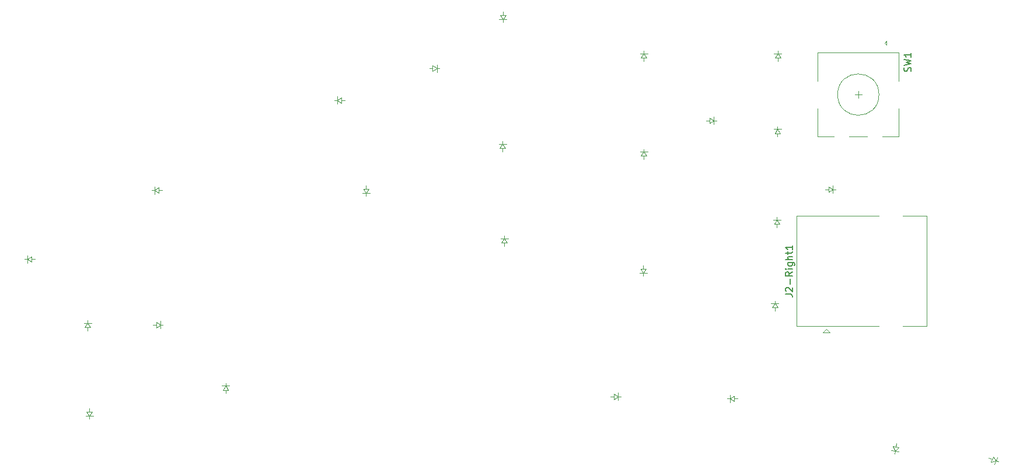
<source format=gbr>
%TF.GenerationSoftware,KiCad,Pcbnew,8.0.3*%
%TF.CreationDate,2024-07-09T07:59:51-07:00*%
%TF.ProjectId,Custom_KB_V1,43757374-6f6d-45f4-9b42-5f56312e6b69,rev?*%
%TF.SameCoordinates,Original*%
%TF.FileFunction,Legend,Top*%
%TF.FilePolarity,Positive*%
%FSLAX46Y46*%
G04 Gerber Fmt 4.6, Leading zero omitted, Abs format (unit mm)*
G04 Created by KiCad (PCBNEW 8.0.3) date 2024-07-09 07:59:51*
%MOMM*%
%LPD*%
G01*
G04 APERTURE LIST*
%ADD10C,0.150000*%
%ADD11C,0.100000*%
%ADD12C,0.120000*%
G04 APERTURE END LIST*
D10*
X172987357Y-95555126D02*
X173701642Y-95555126D01*
X173701642Y-95555126D02*
X173844499Y-95602745D01*
X173844499Y-95602745D02*
X173939738Y-95697983D01*
X173939738Y-95697983D02*
X173987357Y-95840840D01*
X173987357Y-95840840D02*
X173987357Y-95936078D01*
X173082595Y-95126554D02*
X173034976Y-95078935D01*
X173034976Y-95078935D02*
X172987357Y-94983697D01*
X172987357Y-94983697D02*
X172987357Y-94745602D01*
X172987357Y-94745602D02*
X173034976Y-94650364D01*
X173034976Y-94650364D02*
X173082595Y-94602745D01*
X173082595Y-94602745D02*
X173177833Y-94555126D01*
X173177833Y-94555126D02*
X173273071Y-94555126D01*
X173273071Y-94555126D02*
X173415928Y-94602745D01*
X173415928Y-94602745D02*
X173987357Y-95174173D01*
X173987357Y-95174173D02*
X173987357Y-94555126D01*
X173606404Y-94126554D02*
X173606404Y-93364650D01*
X173987357Y-92317031D02*
X173511166Y-92650364D01*
X173987357Y-92888459D02*
X172987357Y-92888459D01*
X172987357Y-92888459D02*
X172987357Y-92507507D01*
X172987357Y-92507507D02*
X173034976Y-92412269D01*
X173034976Y-92412269D02*
X173082595Y-92364650D01*
X173082595Y-92364650D02*
X173177833Y-92317031D01*
X173177833Y-92317031D02*
X173320690Y-92317031D01*
X173320690Y-92317031D02*
X173415928Y-92364650D01*
X173415928Y-92364650D02*
X173463547Y-92412269D01*
X173463547Y-92412269D02*
X173511166Y-92507507D01*
X173511166Y-92507507D02*
X173511166Y-92888459D01*
X173987357Y-91888459D02*
X173320690Y-91888459D01*
X172987357Y-91888459D02*
X173034976Y-91936078D01*
X173034976Y-91936078D02*
X173082595Y-91888459D01*
X173082595Y-91888459D02*
X173034976Y-91840840D01*
X173034976Y-91840840D02*
X172987357Y-91888459D01*
X172987357Y-91888459D02*
X173082595Y-91888459D01*
X173320690Y-90983698D02*
X174130214Y-90983698D01*
X174130214Y-90983698D02*
X174225452Y-91031317D01*
X174225452Y-91031317D02*
X174273071Y-91078936D01*
X174273071Y-91078936D02*
X174320690Y-91174174D01*
X174320690Y-91174174D02*
X174320690Y-91317031D01*
X174320690Y-91317031D02*
X174273071Y-91412269D01*
X173939738Y-90983698D02*
X173987357Y-91078936D01*
X173987357Y-91078936D02*
X173987357Y-91269412D01*
X173987357Y-91269412D02*
X173939738Y-91364650D01*
X173939738Y-91364650D02*
X173892118Y-91412269D01*
X173892118Y-91412269D02*
X173796880Y-91459888D01*
X173796880Y-91459888D02*
X173511166Y-91459888D01*
X173511166Y-91459888D02*
X173415928Y-91412269D01*
X173415928Y-91412269D02*
X173368309Y-91364650D01*
X173368309Y-91364650D02*
X173320690Y-91269412D01*
X173320690Y-91269412D02*
X173320690Y-91078936D01*
X173320690Y-91078936D02*
X173368309Y-90983698D01*
X173987357Y-90507507D02*
X172987357Y-90507507D01*
X173987357Y-90078936D02*
X173463547Y-90078936D01*
X173463547Y-90078936D02*
X173368309Y-90126555D01*
X173368309Y-90126555D02*
X173320690Y-90221793D01*
X173320690Y-90221793D02*
X173320690Y-90364650D01*
X173320690Y-90364650D02*
X173368309Y-90459888D01*
X173368309Y-90459888D02*
X173415928Y-90507507D01*
X173320690Y-89745602D02*
X173320690Y-89364650D01*
X172987357Y-89602745D02*
X173844499Y-89602745D01*
X173844499Y-89602745D02*
X173939738Y-89555126D01*
X173939738Y-89555126D02*
X173987357Y-89459888D01*
X173987357Y-89459888D02*
X173987357Y-89364650D01*
X173987357Y-88507507D02*
X173987357Y-89078935D01*
X173987357Y-88793221D02*
X172987357Y-88793221D01*
X172987357Y-88793221D02*
X173130214Y-88888459D01*
X173130214Y-88888459D02*
X173225452Y-88983697D01*
X173225452Y-88983697D02*
X173273071Y-89078935D01*
X191137507Y-63216577D02*
X191185126Y-63073720D01*
X191185126Y-63073720D02*
X191185126Y-62835625D01*
X191185126Y-62835625D02*
X191137507Y-62740387D01*
X191137507Y-62740387D02*
X191089887Y-62692768D01*
X191089887Y-62692768D02*
X190994649Y-62645149D01*
X190994649Y-62645149D02*
X190899411Y-62645149D01*
X190899411Y-62645149D02*
X190804173Y-62692768D01*
X190804173Y-62692768D02*
X190756554Y-62740387D01*
X190756554Y-62740387D02*
X190708935Y-62835625D01*
X190708935Y-62835625D02*
X190661316Y-63026101D01*
X190661316Y-63026101D02*
X190613697Y-63121339D01*
X190613697Y-63121339D02*
X190566078Y-63168958D01*
X190566078Y-63168958D02*
X190470840Y-63216577D01*
X190470840Y-63216577D02*
X190375602Y-63216577D01*
X190375602Y-63216577D02*
X190280364Y-63168958D01*
X190280364Y-63168958D02*
X190232745Y-63121339D01*
X190232745Y-63121339D02*
X190185126Y-63026101D01*
X190185126Y-63026101D02*
X190185126Y-62788006D01*
X190185126Y-62788006D02*
X190232745Y-62645149D01*
X190185126Y-62311815D02*
X191185126Y-62073720D01*
X191185126Y-62073720D02*
X190470840Y-61883244D01*
X190470840Y-61883244D02*
X191185126Y-61692768D01*
X191185126Y-61692768D02*
X190185126Y-61454673D01*
X191185126Y-60549911D02*
X191185126Y-61121339D01*
X191185126Y-60835625D02*
X190185126Y-60835625D01*
X190185126Y-60835625D02*
X190327983Y-60930863D01*
X190327983Y-60930863D02*
X190423221Y-61026101D01*
X190423221Y-61026101D02*
X190470840Y-61121339D01*
D11*
%TO.C,D12*%
X164482223Y-110704386D02*
X164882222Y-110704386D01*
X164882222Y-110704386D02*
X165482223Y-110304386D01*
X164882223Y-110154386D02*
X164882223Y-111254386D01*
X165482223Y-110304386D02*
X165482223Y-111104386D01*
X165482223Y-111104386D02*
X164882222Y-110704386D01*
X165482224Y-110704386D02*
X165982223Y-110704386D01*
%TO.C,D14*%
X107536270Y-67407129D02*
X107936269Y-67407129D01*
X107936269Y-67407129D02*
X108536270Y-67007129D01*
X107936270Y-66857129D02*
X107936270Y-67957129D01*
X108536270Y-67007129D02*
X108536270Y-67807129D01*
X108536270Y-67807129D02*
X107936269Y-67407129D01*
X108536271Y-67407129D02*
X109036270Y-67407129D01*
%TO.C,D10*%
X81664999Y-100012500D02*
X81165000Y-100012500D01*
X81665000Y-99612500D02*
X82265001Y-100012500D01*
X81665000Y-100412500D02*
X81665000Y-99612500D01*
X82265000Y-100562500D02*
X82265000Y-99462500D01*
X82265001Y-100012500D02*
X81665000Y-100412500D01*
X82665000Y-100012500D02*
X82265001Y-100012500D01*
%TO.C,D11*%
X122785081Y-62779299D02*
X122385082Y-62779299D01*
X122385082Y-62779299D02*
X121785081Y-63179299D01*
X122385081Y-63329299D02*
X122385081Y-62229299D01*
X121785081Y-63179299D02*
X121785081Y-62379299D01*
X121785081Y-62379299D02*
X122385082Y-62779299D01*
X121785080Y-62779299D02*
X121285081Y-62779299D01*
%TO.C,D2*%
X171338933Y-85388564D02*
X171738933Y-84788563D01*
X171738933Y-84388564D02*
X171738933Y-84788563D01*
X171738933Y-84788563D02*
X172138933Y-85388564D01*
X171738933Y-85388565D02*
X171738933Y-85888564D01*
X172138933Y-85388564D02*
X171338933Y-85388564D01*
X172288933Y-84788564D02*
X171188933Y-84788564D01*
%TO.C,D25*%
X148095681Y-110415453D02*
X147595682Y-110415453D01*
X148095682Y-110015453D02*
X148695683Y-110415453D01*
X148095682Y-110815453D02*
X148095682Y-110015453D01*
X148695682Y-110965453D02*
X148695682Y-109865453D01*
X148695683Y-110415453D02*
X148095682Y-110815453D01*
X149095682Y-110415453D02*
X148695683Y-110415453D01*
%TO.C,D1*%
X171463807Y-61210000D02*
X171863807Y-60609999D01*
X171863807Y-60210000D02*
X171863807Y-60609999D01*
X171863807Y-60609999D02*
X172263807Y-61210000D01*
X171863807Y-61210001D02*
X171863807Y-61710000D01*
X172263807Y-61210000D02*
X171463807Y-61210000D01*
X172413807Y-60610000D02*
X171313807Y-60610000D01*
%TO.C,D7*%
X131430016Y-55642748D02*
X132530016Y-55642748D01*
X131580016Y-55042748D02*
X132380016Y-55042748D01*
X131980016Y-55042747D02*
X131980016Y-54542748D01*
X131980016Y-55642749D02*
X131580016Y-55042748D01*
X131980016Y-56042748D02*
X131980016Y-55642749D01*
X132380016Y-55042748D02*
X131980016Y-55642749D01*
%TO.C,D17*%
X71311739Y-100328613D02*
X71711739Y-99728612D01*
X71711739Y-99328613D02*
X71711739Y-99728612D01*
X71711739Y-99728612D02*
X72111739Y-100328613D01*
X71711739Y-100328614D02*
X71711739Y-100828613D01*
X72111739Y-100328613D02*
X71311739Y-100328613D01*
X72261739Y-99728613D02*
X71161739Y-99728613D01*
%TO.C,D22*%
X161935771Y-70349102D02*
X161435772Y-70349102D01*
X161935772Y-69949102D02*
X162535773Y-70349102D01*
X161935772Y-70749102D02*
X161935772Y-69949102D01*
X162535772Y-70899102D02*
X162535772Y-69799102D01*
X162535773Y-70349102D02*
X161935772Y-70749102D01*
X162935772Y-70349102D02*
X162535773Y-70349102D01*
D12*
%TO.C,J2-Right1*%
X174592538Y-84187984D02*
X174592538Y-100207984D01*
X174592538Y-84187984D02*
X186522538Y-84187984D01*
X174592538Y-100207984D02*
X186522538Y-100207984D01*
X178364538Y-101083984D02*
X179380538Y-101083984D01*
X178872538Y-100575984D02*
X178364538Y-101083984D01*
X179380538Y-101083984D02*
X178872538Y-100575984D01*
X190022538Y-84187984D02*
X193462538Y-84187984D01*
X190022538Y-100207984D02*
X193462538Y-100207984D01*
X193462538Y-84187984D02*
X193462538Y-100207984D01*
D11*
%TO.C,D8*%
X62591250Y-90487500D02*
X62991249Y-90487500D01*
X62991249Y-90487500D02*
X63591250Y-90087500D01*
X62991250Y-89937500D02*
X62991250Y-91037500D01*
X63591250Y-90087500D02*
X63591250Y-90887500D01*
X63591250Y-90887500D02*
X62991249Y-90487500D01*
X63591251Y-90487500D02*
X64091250Y-90487500D01*
%TO.C,D6*%
X152731657Y-91865484D02*
X152331657Y-92465485D01*
X152331657Y-92865484D02*
X152331657Y-92465485D01*
X152331657Y-92465485D02*
X151931657Y-91865484D01*
X152331657Y-91865483D02*
X152331657Y-91365484D01*
X151931657Y-91865484D02*
X152731657Y-91865484D01*
X151781657Y-92465484D02*
X152881657Y-92465484D01*
%TO.C,D9*%
X131772638Y-88092621D02*
X132172638Y-87492620D01*
X132172638Y-87092621D02*
X132172638Y-87492620D01*
X132172638Y-87492620D02*
X132572638Y-88092621D01*
X132172638Y-88092622D02*
X132172638Y-88592621D01*
X132572638Y-88092621D02*
X131772638Y-88092621D01*
X132722638Y-87492621D02*
X131622638Y-87492621D01*
%TO.C,D23*%
X171411166Y-72206600D02*
X171811166Y-71606599D01*
X171811166Y-71206600D02*
X171811166Y-71606599D01*
X171811166Y-71606599D02*
X172211166Y-72206600D01*
X171811166Y-72206601D02*
X171811166Y-72706600D01*
X172211166Y-72206600D02*
X171411166Y-72206600D01*
X172361166Y-71606600D02*
X171261166Y-71606600D01*
%TO.C,D13*%
X81060934Y-80456866D02*
X81460933Y-80456866D01*
X81460933Y-80456866D02*
X82060934Y-80056866D01*
X81460934Y-79906866D02*
X81460934Y-81006866D01*
X82060934Y-80056866D02*
X82060934Y-80856866D01*
X82060934Y-80856866D02*
X81460933Y-80456866D01*
X82060935Y-80456866D02*
X82560934Y-80456866D01*
%TO.C,D20*%
X71412312Y-113259202D02*
X72512312Y-113259202D01*
X71562312Y-112659202D02*
X72362312Y-112659202D01*
X71962312Y-112659201D02*
X71962312Y-112159202D01*
X71962312Y-113259203D02*
X71562312Y-112659202D01*
X71962312Y-113659202D02*
X71962312Y-113259203D01*
X72362312Y-112659202D02*
X71962312Y-113259203D01*
D12*
%TO.C,SW1*%
X177630307Y-64583245D02*
X177630307Y-60483245D01*
X177630307Y-72683245D02*
X177630307Y-68583245D01*
X180030307Y-72683245D02*
X177630307Y-72683245D01*
X183530307Y-66083245D02*
X183530307Y-67083245D01*
X184030307Y-66583245D02*
X183030307Y-66583245D01*
X184830307Y-72683245D02*
X182230307Y-72683245D01*
X187330307Y-59083245D02*
X187630307Y-58783245D01*
X187630307Y-58783245D02*
X187630307Y-59383245D01*
X187630307Y-59383245D02*
X187330307Y-59083245D01*
X189430307Y-60483245D02*
X177630307Y-60483245D01*
X189430307Y-64583245D02*
X189430307Y-60483245D01*
X189430307Y-68583245D02*
X189430307Y-72683245D01*
X189430307Y-72683245D02*
X187030307Y-72683245D01*
X186530307Y-66583245D02*
G75*
G02*
X180530307Y-66583245I-3000000J0D01*
G01*
X180530307Y-66583245D02*
G75*
G02*
X186530307Y-66583245I3000000J0D01*
G01*
D11*
%TO.C,D15*%
X91339543Y-109461021D02*
X91739543Y-108861020D01*
X91739543Y-108461021D02*
X91739543Y-108861020D01*
X91739543Y-108861020D02*
X92139543Y-109461021D01*
X91739543Y-109461022D02*
X91739543Y-109961021D01*
X92139543Y-109461021D02*
X91339543Y-109461021D01*
X92289543Y-108861021D02*
X91189543Y-108861021D01*
%TO.C,D24*%
X179228094Y-80341376D02*
X178728095Y-80341376D01*
X179228095Y-79941376D02*
X179828096Y-80341376D01*
X179228095Y-80741376D02*
X179228095Y-79941376D01*
X179828095Y-80891376D02*
X179828095Y-79791376D01*
X179828096Y-80341376D02*
X179228095Y-80741376D01*
X180228095Y-80341376D02*
X179828096Y-80341376D01*
%TO.C,D3*%
X171030407Y-97507848D02*
X171430407Y-96907847D01*
X171430407Y-96507848D02*
X171430407Y-96907847D01*
X171430407Y-96907847D02*
X171830407Y-97507848D01*
X171430407Y-97507849D02*
X171430407Y-98007848D01*
X171830407Y-97507848D02*
X171030407Y-97507848D01*
X171980407Y-96907848D02*
X170880407Y-96907848D01*
%TO.C,D4*%
X152000000Y-61210000D02*
X152400000Y-60609999D01*
X152400000Y-60210000D02*
X152400000Y-60609999D01*
X152400000Y-60609999D02*
X152800000Y-61210000D01*
X152400000Y-61210001D02*
X152400000Y-61710000D01*
X152800000Y-61210000D02*
X152000000Y-61210000D01*
X152950000Y-60610000D02*
X151850000Y-60610000D01*
%TO.C,D18*%
X188332532Y-118218167D02*
X189415827Y-118409171D01*
X188584442Y-117653329D02*
X189372293Y-117792250D01*
X188804718Y-118707599D02*
X188874186Y-118313679D01*
X188874186Y-118313679D02*
X188584442Y-117653329D01*
X188978364Y-117722785D02*
X189065186Y-117230381D01*
X189372293Y-117792250D02*
X188874186Y-118313679D01*
%TO.C,D5*%
X152000000Y-75497500D02*
X152400000Y-74897499D01*
X152400000Y-74497500D02*
X152400000Y-74897499D01*
X152400000Y-74897499D02*
X152800000Y-75497500D01*
X152400000Y-75497501D02*
X152400000Y-75997500D01*
X152800000Y-75497500D02*
X152000000Y-75497500D01*
X152950000Y-74897500D02*
X151850000Y-74897500D01*
%TO.C,D19*%
X202805018Y-119900636D02*
X203078632Y-119148881D01*
X202941826Y-119524761D02*
X202471979Y-119353750D01*
X203078632Y-119148881D02*
X203505644Y-119729970D01*
X203317530Y-120246801D02*
X203693752Y-119213138D01*
X203505644Y-119729970D02*
X202805018Y-119900636D01*
X203881518Y-119866779D02*
X203505644Y-119729970D01*
%TO.C,D21*%
X111583000Y-80866246D02*
X112683000Y-80866246D01*
X111733000Y-80266246D02*
X112533000Y-80266246D01*
X112133000Y-80266245D02*
X112133000Y-79766246D01*
X112133000Y-80866247D02*
X111733000Y-80266246D01*
X112133000Y-81266246D02*
X112133000Y-80866247D01*
X112533000Y-80266246D02*
X112133000Y-80866247D01*
%TO.C,D16*%
X131515129Y-74352785D02*
X131915129Y-73752784D01*
X131915129Y-73352785D02*
X131915129Y-73752784D01*
X131915129Y-73752784D02*
X132315129Y-74352785D01*
X131915129Y-74352786D02*
X131915129Y-74852785D01*
X132315129Y-74352785D02*
X131515129Y-74352785D01*
X132465129Y-73752785D02*
X131365129Y-73752785D01*
%TD*%
M02*

</source>
